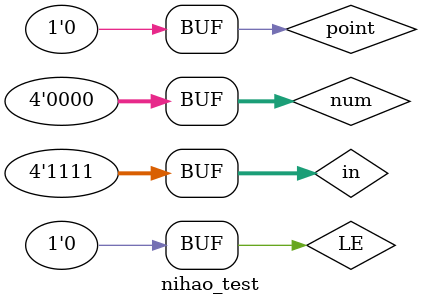
<source format=v>
`timescale 1ns / 1ps


module nihao_test;

	// Inputs
	reg [3:0] in;
	reg LE;
	reg point;
	reg [3:0] num;

	// Outputs
	wire [7:0] o;

	// Instantiate the Unit Under Test (UUT)
	MC14495_ZJU uut (
		.in(in), 
		.LE(LE), 
		.point(point), 
		.o(o)
	);

	initial begin
		// Initialize Inputs
		in = 0;
		LE = 0;
		point = 0;
		for (num = 0; num < 16; num = num+1)begin
			in = num;
			#50;
		end
		// Wait 100 ns for global reset to finish
		#100;
        
		// Add stimulus here

	end
      
endmodule


</source>
